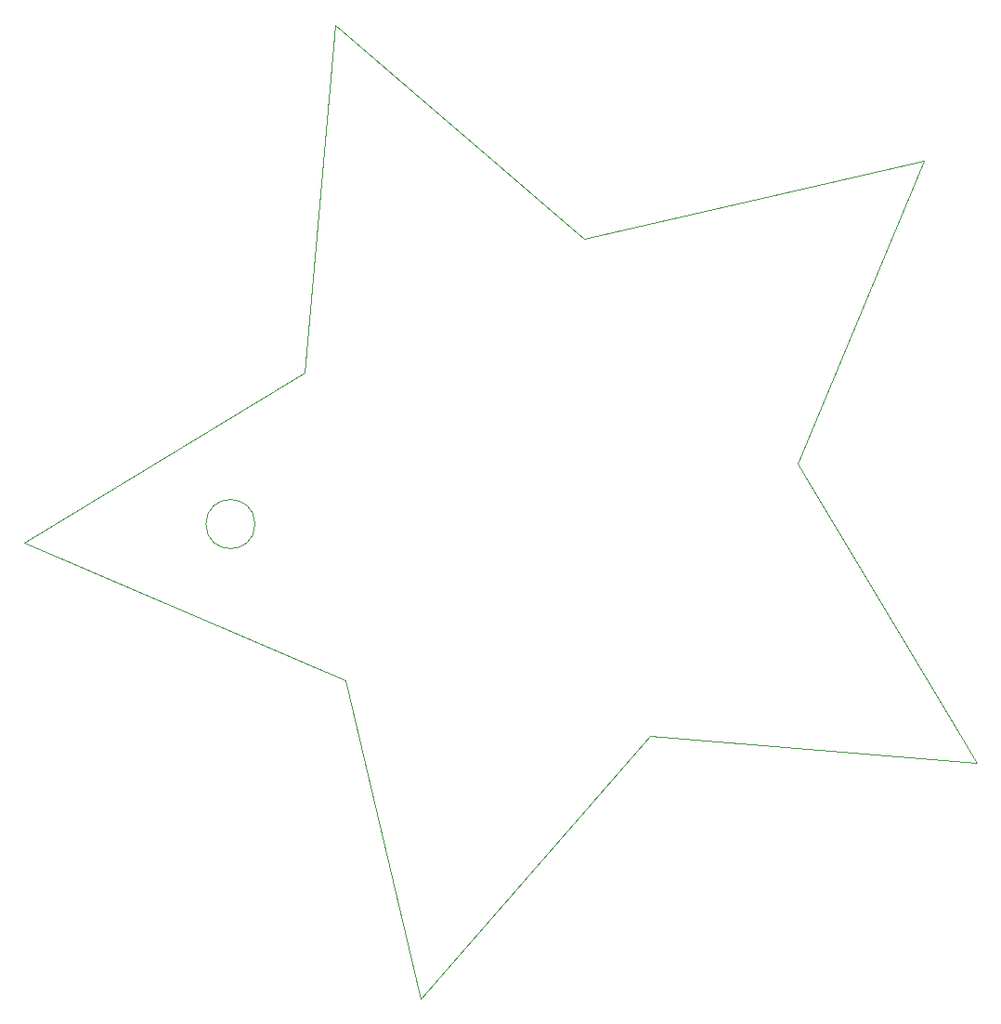
<source format=gbr>
%TF.GenerationSoftware,KiCad,Pcbnew,(5.1.6)-1*%
%TF.CreationDate,2020-12-22T18:13:26+01:00*%
%TF.ProjectId,Christmas pcb,43687269-7374-46d6-9173-207063622e6b,rev?*%
%TF.SameCoordinates,Original*%
%TF.FileFunction,Profile,NP*%
%FSLAX46Y46*%
G04 Gerber Fmt 4.6, Leading zero omitted, Abs format (unit mm)*
G04 Created by KiCad (PCBNEW (5.1.6)-1) date 2020-12-22 18:13:26*
%MOMM*%
%LPD*%
G01*
G04 APERTURE LIST*
%TA.AperFunction,Profile*%
%ADD10C,0.074420*%
%TD*%
%TA.AperFunction,Profile*%
%ADD11C,0.050000*%
%TD*%
G04 APERTURE END LIST*
D10*
X126530000Y-91110000D02*
X129381196Y-59425783D01*
X101001683Y-106636152D02*
X126530000Y-91110000D01*
X130254108Y-119138775D02*
X101001683Y-106636152D01*
X137131667Y-148215475D02*
X130254108Y-119138775D01*
X158061854Y-124258291D02*
X137131667Y-148215475D01*
X187840738Y-126702543D02*
X158061854Y-124258291D01*
X171523887Y-99393571D02*
X187840738Y-126702543D01*
X183050691Y-71827494D02*
X171523887Y-99393571D01*
X152036116Y-78906810D02*
X183050691Y-71827494D01*
X129381196Y-59425783D02*
X152036116Y-78906810D01*
D11*
X122046068Y-104926067D02*
G75*
G03*
X122046068Y-104926067I-2236068J0D01*
G01*
M02*

</source>
